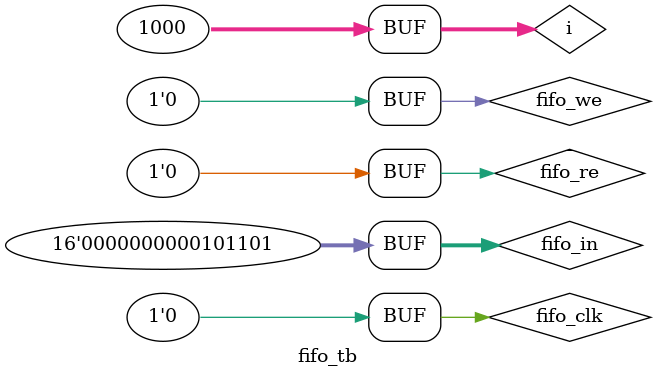
<source format=v>
`include "fifo.v"

module fifo_tb;

reg fifo_clk;
reg fifo_we;
reg fifo_re;
reg signed [15:0] fifo_in;
wire fifo_almost_full;
wire fifo_full;
wire fifo_almost_empty;
wire fifo_empty;
wire signed [15:0] fifo_out;	

// Instantiate and override parameter values
fifo dut
(
    fifo_clk,
    fifo_we,
    fifo_re,
    fifo_in,
    fifo_almost_full,
    fifo_full,
    fifo_almost_empty,
    fifo_empty,
    fifo_out
);
defparam dut.WIDTH = 16;
defparam dut.DEPTH = 256;
defparam dut.ALMOST_FULL_DEPTH_VAL = 252;
defparam dut.ALMOST_EMPTY_DEPTH_VAL = 4;

// Dump waveform data
initial
begin
    $dumpfile("./build/rtl-sim/vcd/fifo.vcd");
    $dumpvars;
end

// Main simulation logic
integer i;
initial
begin
    fifo_clk = 0;
    fifo_we = 0;
    fifo_re = 0;
    fifo_in = 0;

    for (i = 0; i < 1000; i = i + 1)
    begin
        if (i == 1)
            fifo_in = 129;
        else if (i == 2)
            fifo_in = 45;
        
        if (i > 0 && i < 3)
            fifo_we = 1;
        else
            fifo_we = 0;

        if (i >= 5 && i <= 6)
            fifo_re = 1;
        else
            fifo_re = 0;

        #100;
        fifo_clk = !fifo_clk;
        #100;
        fifo_clk = !fifo_clk;
    end
end

endmodule
</source>
